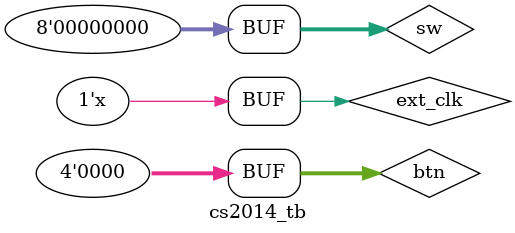
<source format=v>
/*-----------------------------------------------------------------------------
   Este fichero es parte del procesador DAPA2014 diseñado en la asignatura
   Diseño de Avanzado de Procesadores y Aplicaciones del 
   Master Universitario en Ingeniería de Computadores y Redes de la
   Universidad de Sevilla
   
   It is distributed under GNU General Public License
   See at http://www.gnu.org/licenses/gpl.html 
   Copyright (C) 2013 Paulino Ruiz de Clavijo Vázquez <paulino@dte.us.es>
   You can get more info at http://www.dte.us.es/id2
--------------------------------------------------------------------------------

   Fecha:     04-12-2013
   Revisión:  1

   Autor/es:
   Comentarios:
   
--*--------------------------------- End auto header, don't touch this line --*/
`timescale 1ns / 1ps


module cs2014_tb;

  // Inputs
  reg ext_clk;
  reg reset;
  reg [7:0] sw;
  reg [3:0] btn;

  // Outputs
  wire dp;
  wire [3:0] an;
  wire [6:0] seg;
  wire [7:0] leds;
  
  
   always begin
      #50 ext_clk = ~ext_clk;
   end  

  // Instantiate the Unit Under Test (UUT)
  cs2014 uut (
    .ext_clk(ext_clk), 
    .sw_in(sw), 
    .dp_out(dp), 
    .an_out(an), 
    .seg_out(seg), 
    .leds_out(leds),
    .btn_in(btn)
  );

  initial begin
    // Initialize Inputs
    ext_clk = 0;
    // Para hacer reset hay que pulsar 2 botones 
    btn=4'b1001;
    
    sw = 8'h00;

    // Wait 100 ns for global reset to finish
    #100;
    btn=4'b0000;
        
    // Add stimulus here
    #1000;

  end
      
endmodule


</source>
